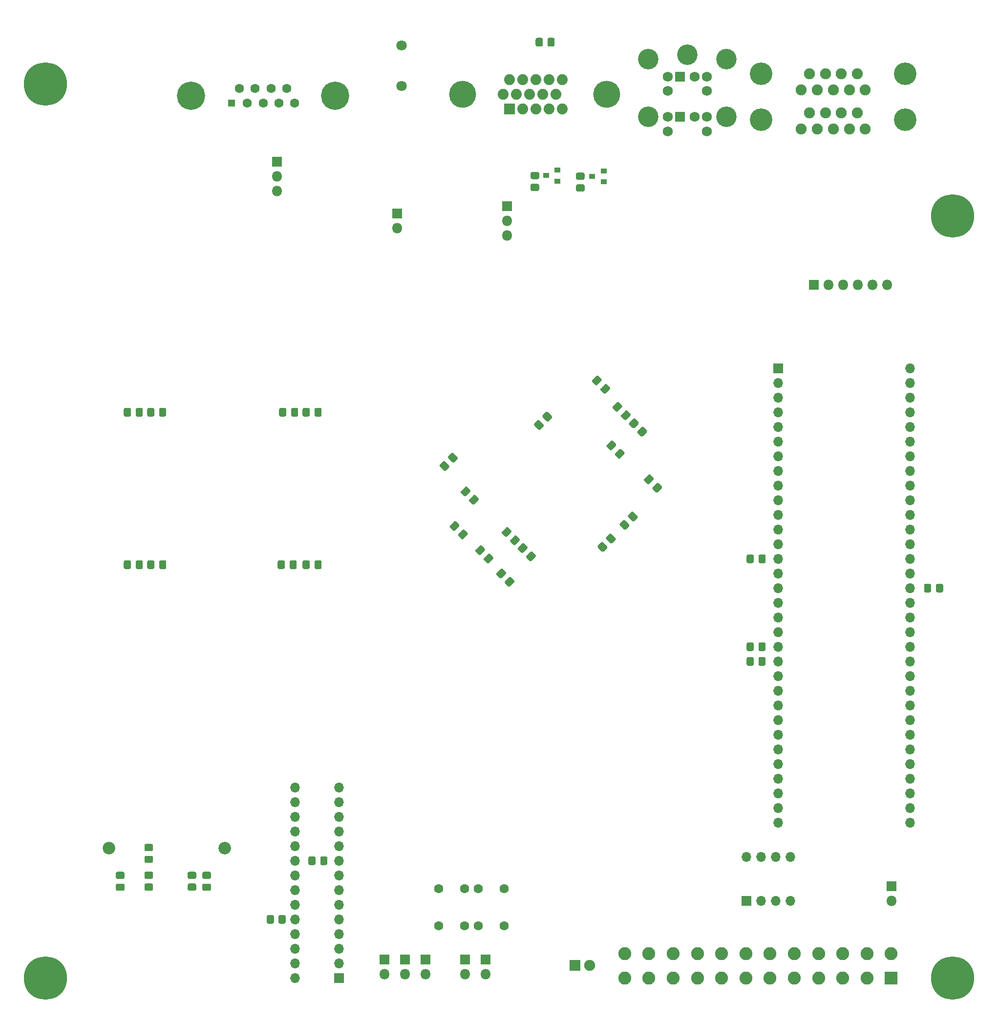
<source format=gbr>
%TF.GenerationSoftware,KiCad,Pcbnew,(5.1.6)-1*%
%TF.CreationDate,2022-06-23T16:10:58-04:00*%
%TF.ProjectId,MigStorm-ITX,4d696753-746f-4726-9d2d-4954582e6b69,rev?*%
%TF.SameCoordinates,Original*%
%TF.FileFunction,Soldermask,Bot*%
%TF.FilePolarity,Negative*%
%FSLAX46Y46*%
G04 Gerber Fmt 4.6, Leading zero omitted, Abs format (unit mm)*
G04 Created by KiCad (PCBNEW (5.1.6)-1) date 2022-06-23 16:10:58*
%MOMM*%
%LPD*%
G01*
G04 APERTURE LIST*
%ADD10C,7.500000*%
%ADD11C,0.900000*%
%ADD12R,1.900000X1.900000*%
%ADD13C,1.900000*%
%ADD14R,1.000000X0.900000*%
%ADD15R,1.800000X1.800000*%
%ADD16O,1.800000X1.800000*%
%ADD17R,2.250000X2.250000*%
%ADD18C,2.250000*%
%ADD19R,1.750000X1.750000*%
%ADD20C,1.750000*%
%ADD21C,3.550000*%
%ADD22C,2.185000*%
%ADD23C,3.910000*%
%ADD24R,1.300000X1.300000*%
%ADD25C,1.600000*%
%ADD26C,4.900000*%
%ADD27C,1.800000*%
%ADD28R,1.885000X1.885000*%
%ADD29C,1.885000*%
%ADD30C,4.675000*%
%ADD31R,1.700000X1.700000*%
%ADD32O,1.700000X1.700000*%
G04 APERTURE END LIST*
D10*
%TO.C,REF\u002A\u002A*%
X133604000Y-221996000D03*
D11*
X136379000Y-221996000D03*
X135566221Y-223958221D03*
X133604000Y-224771000D03*
X131641779Y-223958221D03*
X130829000Y-221996000D03*
X131641779Y-220033779D03*
X133604000Y-219221000D03*
X135566221Y-220033779D03*
%TD*%
D10*
%TO.C,REF\u002A\u002A*%
X290830000Y-221996000D03*
D11*
X293605000Y-221996000D03*
X292792221Y-223958221D03*
X290830000Y-224771000D03*
X288867779Y-223958221D03*
X288055000Y-221996000D03*
X288867779Y-220033779D03*
X290830000Y-219221000D03*
X292792221Y-220033779D03*
%TD*%
D10*
%TO.C,REF\u002A\u002A*%
X290830000Y-89916000D03*
D11*
X293605000Y-89916000D03*
X292792221Y-91878221D03*
X290830000Y-92691000D03*
X288867779Y-91878221D03*
X288055000Y-89916000D03*
X288867779Y-87953779D03*
X290830000Y-87141000D03*
X292792221Y-87953779D03*
%TD*%
%TO.C,REF\u002A\u002A*%
X135566221Y-65093779D03*
X133604000Y-64281000D03*
X131641779Y-65093779D03*
X130829000Y-67056000D03*
X131641779Y-69018221D03*
X133604000Y-69831000D03*
X135566221Y-69018221D03*
X136379000Y-67056000D03*
D10*
X133604000Y-67056000D03*
%TD*%
%TO.C,C3*%
G36*
G01*
X204112241Y-132606124D02*
X203435876Y-131929760D01*
G75*
G02*
X203435876Y-131545464I192148J192148D01*
G01*
X203935464Y-131045876D01*
G75*
G02*
X204319760Y-131045876I192148J-192148D01*
G01*
X204996124Y-131722240D01*
G75*
G02*
X204996124Y-132106536I-192148J-192148D01*
G01*
X204496536Y-132606124D01*
G75*
G02*
X204112240Y-132606124I-192148J192148D01*
G01*
G37*
G36*
G01*
X202662673Y-134055692D02*
X201986308Y-133379328D01*
G75*
G02*
X201986308Y-132995032I192148J192148D01*
G01*
X202485896Y-132495444D01*
G75*
G02*
X202870192Y-132495444I192148J-192148D01*
G01*
X203546556Y-133171808D01*
G75*
G02*
X203546556Y-133556104I-192148J-192148D01*
G01*
X203046968Y-134055692D01*
G75*
G02*
X202662672Y-134055692I-192148J192148D01*
G01*
G37*
%TD*%
%TO.C,C6*%
G36*
G01*
X203727092Y-143570457D02*
X204403456Y-142894092D01*
G75*
G02*
X204787752Y-142894092I192148J-192148D01*
G01*
X205287340Y-143393680D01*
G75*
G02*
X205287340Y-143777976I-192148J-192148D01*
G01*
X204610976Y-144454340D01*
G75*
G02*
X204226680Y-144454340I-192148J192148D01*
G01*
X203727092Y-143954752D01*
G75*
G02*
X203727092Y-143570456I192148J192148D01*
G01*
G37*
G36*
G01*
X205176660Y-145020025D02*
X205853024Y-144343660D01*
G75*
G02*
X206237320Y-144343660I192148J-192148D01*
G01*
X206736908Y-144843248D01*
G75*
G02*
X206736908Y-145227544I-192148J-192148D01*
G01*
X206060544Y-145903908D01*
G75*
G02*
X205676248Y-145903908I-192148J192148D01*
G01*
X205176660Y-145404320D01*
G75*
G02*
X205176660Y-145020024I192148J192148D01*
G01*
G37*
%TD*%
%TO.C,C7*%
G36*
G01*
X209621660Y-149211025D02*
X210298024Y-148534660D01*
G75*
G02*
X210682320Y-148534660I192148J-192148D01*
G01*
X211181908Y-149034248D01*
G75*
G02*
X211181908Y-149418544I-192148J-192148D01*
G01*
X210505544Y-150094908D01*
G75*
G02*
X210121248Y-150094908I-192148J192148D01*
G01*
X209621660Y-149595320D01*
G75*
G02*
X209621660Y-149211024I192148J192148D01*
G01*
G37*
G36*
G01*
X208172092Y-147761457D02*
X208848456Y-147085092D01*
G75*
G02*
X209232752Y-147085092I192148J-192148D01*
G01*
X209732340Y-147584680D01*
G75*
G02*
X209732340Y-147968976I-192148J-192148D01*
G01*
X209055976Y-148645340D01*
G75*
G02*
X208671680Y-148645340I-192148J192148D01*
G01*
X208172092Y-148145752D01*
G75*
G02*
X208172092Y-147761456I192148J192148D01*
G01*
G37*
%TD*%
%TO.C,C10*%
G36*
G01*
X230057457Y-148062908D02*
X229381092Y-147386544D01*
G75*
G02*
X229381092Y-147002248I192148J192148D01*
G01*
X229880680Y-146502660D01*
G75*
G02*
X230264976Y-146502660I192148J-192148D01*
G01*
X230941340Y-147179024D01*
G75*
G02*
X230941340Y-147563320I-192148J-192148D01*
G01*
X230441752Y-148062908D01*
G75*
G02*
X230057456Y-148062908I-192148J192148D01*
G01*
G37*
G36*
G01*
X231507025Y-146613340D02*
X230830660Y-145936976D01*
G75*
G02*
X230830660Y-145552680I192148J192148D01*
G01*
X231330248Y-145053092D01*
G75*
G02*
X231714544Y-145053092I192148J-192148D01*
G01*
X232390908Y-145729456D01*
G75*
G02*
X232390908Y-146113752I-192148J-192148D01*
G01*
X231891320Y-146613340D01*
G75*
G02*
X231507024Y-146613340I-192148J192148D01*
G01*
G37*
%TD*%
%TO.C,C11*%
G36*
G01*
X238868876Y-136929241D02*
X239545240Y-136252876D01*
G75*
G02*
X239929536Y-136252876I192148J-192148D01*
G01*
X240429124Y-136752464D01*
G75*
G02*
X240429124Y-137136760I-192148J-192148D01*
G01*
X239752760Y-137813124D01*
G75*
G02*
X239368464Y-137813124I-192148J192148D01*
G01*
X238868876Y-137313536D01*
G75*
G02*
X238868876Y-136929240I192148J192148D01*
G01*
G37*
G36*
G01*
X237419308Y-135479673D02*
X238095672Y-134803308D01*
G75*
G02*
X238479968Y-134803308I192148J-192148D01*
G01*
X238979556Y-135302896D01*
G75*
G02*
X238979556Y-135687192I-192148J-192148D01*
G01*
X238303192Y-136363556D01*
G75*
G02*
X237918896Y-136363556I-192148J192148D01*
G01*
X237419308Y-135863968D01*
G75*
G02*
X237419308Y-135479672I192148J192148D01*
G01*
G37*
%TD*%
%TO.C,C12*%
G36*
G01*
X228402308Y-118334673D02*
X229078672Y-117658308D01*
G75*
G02*
X229462968Y-117658308I192148J-192148D01*
G01*
X229962556Y-118157896D01*
G75*
G02*
X229962556Y-118542192I-192148J-192148D01*
G01*
X229286192Y-119218556D01*
G75*
G02*
X228901896Y-119218556I-192148J192148D01*
G01*
X228402308Y-118718968D01*
G75*
G02*
X228402308Y-118334672I192148J192148D01*
G01*
G37*
G36*
G01*
X229851876Y-119784241D02*
X230528240Y-119107876D01*
G75*
G02*
X230912536Y-119107876I192148J-192148D01*
G01*
X231412124Y-119607464D01*
G75*
G02*
X231412124Y-119991760I-192148J-192148D01*
G01*
X230735760Y-120668124D01*
G75*
G02*
X230351464Y-120668124I-192148J192148D01*
G01*
X229851876Y-120168536D01*
G75*
G02*
X229851876Y-119784240I192148J192148D01*
G01*
G37*
%TD*%
%TO.C,C13*%
G36*
G01*
X232354660Y-131050025D02*
X233031024Y-130373660D01*
G75*
G02*
X233415320Y-130373660I192148J-192148D01*
G01*
X233914908Y-130873248D01*
G75*
G02*
X233914908Y-131257544I-192148J-192148D01*
G01*
X233238544Y-131933908D01*
G75*
G02*
X232854248Y-131933908I-192148J192148D01*
G01*
X232354660Y-131434320D01*
G75*
G02*
X232354660Y-131050024I192148J192148D01*
G01*
G37*
G36*
G01*
X230905092Y-129600457D02*
X231581456Y-128924092D01*
G75*
G02*
X231965752Y-128924092I192148J-192148D01*
G01*
X232465340Y-129423680D01*
G75*
G02*
X232465340Y-129807976I-192148J-192148D01*
G01*
X231788976Y-130484340D01*
G75*
G02*
X231404680Y-130484340I-192148J192148D01*
G01*
X230905092Y-129984752D01*
G75*
G02*
X230905092Y-129600456I192148J192148D01*
G01*
G37*
%TD*%
%TO.C,C14*%
G36*
G01*
X214193660Y-146036025D02*
X214870024Y-145359660D01*
G75*
G02*
X215254320Y-145359660I192148J-192148D01*
G01*
X215753908Y-145859248D01*
G75*
G02*
X215753908Y-146243544I-192148J-192148D01*
G01*
X215077544Y-146919908D01*
G75*
G02*
X214693248Y-146919908I-192148J192148D01*
G01*
X214193660Y-146420320D01*
G75*
G02*
X214193660Y-146036024I192148J192148D01*
G01*
G37*
G36*
G01*
X212744092Y-144586457D02*
X213420456Y-143910092D01*
G75*
G02*
X213804752Y-143910092I192148J-192148D01*
G01*
X214304340Y-144409680D01*
G75*
G02*
X214304340Y-144793976I-192148J-192148D01*
G01*
X213627976Y-145470340D01*
G75*
G02*
X213243680Y-145470340I-192148J192148D01*
G01*
X212744092Y-144970752D01*
G75*
G02*
X212744092Y-144586456I192148J192148D01*
G01*
G37*
%TD*%
%TO.C,C15*%
G36*
G01*
X205632092Y-137564241D02*
X206308456Y-136887876D01*
G75*
G02*
X206692752Y-136887876I192148J-192148D01*
G01*
X207192340Y-137387464D01*
G75*
G02*
X207192340Y-137771760I-192148J-192148D01*
G01*
X206515976Y-138448124D01*
G75*
G02*
X206131680Y-138448124I-192148J192148D01*
G01*
X205632092Y-137948536D01*
G75*
G02*
X205632092Y-137564240I192148J192148D01*
G01*
G37*
G36*
G01*
X207081660Y-139013809D02*
X207758024Y-138337444D01*
G75*
G02*
X208142320Y-138337444I192148J-192148D01*
G01*
X208641908Y-138837032D01*
G75*
G02*
X208641908Y-139221328I-192148J-192148D01*
G01*
X207965544Y-139897692D01*
G75*
G02*
X207581248Y-139897692I-192148J192148D01*
G01*
X207081660Y-139398104D01*
G75*
G02*
X207081660Y-139013808I192148J192148D01*
G01*
G37*
%TD*%
%TO.C,C16*%
G36*
G01*
X214827692Y-153445327D02*
X214151328Y-154121692D01*
G75*
G02*
X213767032Y-154121692I-192148J192148D01*
G01*
X213267444Y-153622104D01*
G75*
G02*
X213267444Y-153237808I192148J192148D01*
G01*
X213943808Y-152561444D01*
G75*
G02*
X214328104Y-152561444I192148J-192148D01*
G01*
X214827692Y-153061032D01*
G75*
G02*
X214827692Y-153445328I-192148J-192148D01*
G01*
G37*
G36*
G01*
X213378124Y-151995759D02*
X212701760Y-152672124D01*
G75*
G02*
X212317464Y-152672124I-192148J192148D01*
G01*
X211817876Y-152172536D01*
G75*
G02*
X211817876Y-151788240I192148J192148D01*
G01*
X212494240Y-151111876D01*
G75*
G02*
X212878536Y-151111876I192148J-192148D01*
G01*
X213378124Y-151611464D01*
G75*
G02*
X213378124Y-151995760I-192148J-192148D01*
G01*
G37*
%TD*%
%TO.C,C17*%
G36*
G01*
X217098340Y-147587975D02*
X216421976Y-148264340D01*
G75*
G02*
X216037680Y-148264340I-192148J192148D01*
G01*
X215538092Y-147764752D01*
G75*
G02*
X215538092Y-147380456I192148J192148D01*
G01*
X216214456Y-146704092D01*
G75*
G02*
X216598752Y-146704092I192148J-192148D01*
G01*
X217098340Y-147203680D01*
G75*
G02*
X217098340Y-147587976I-192148J-192148D01*
G01*
G37*
G36*
G01*
X218547908Y-149037543D02*
X217871544Y-149713908D01*
G75*
G02*
X217487248Y-149713908I-192148J192148D01*
G01*
X216987660Y-149214320D01*
G75*
G02*
X216987660Y-148830024I192148J192148D01*
G01*
X217664024Y-148153660D01*
G75*
G02*
X218048320Y-148153660I192148J-192148D01*
G01*
X218547908Y-148653248D01*
G75*
G02*
X218547908Y-149037544I-192148J-192148D01*
G01*
G37*
%TD*%
%TO.C,C18*%
G36*
G01*
X233407876Y-124356241D02*
X234084240Y-123679876D01*
G75*
G02*
X234468536Y-123679876I192148J-192148D01*
G01*
X234968124Y-124179464D01*
G75*
G02*
X234968124Y-124563760I-192148J-192148D01*
G01*
X234291760Y-125240124D01*
G75*
G02*
X233907464Y-125240124I-192148J192148D01*
G01*
X233407876Y-124740536D01*
G75*
G02*
X233407876Y-124356240I192148J192148D01*
G01*
G37*
G36*
G01*
X231958308Y-122906673D02*
X232634672Y-122230308D01*
G75*
G02*
X233018968Y-122230308I192148J-192148D01*
G01*
X233518556Y-122729896D01*
G75*
G02*
X233518556Y-123114192I-192148J-192148D01*
G01*
X232842192Y-123790556D01*
G75*
G02*
X232457896Y-123790556I-192148J192148D01*
G01*
X231958308Y-123290968D01*
G75*
G02*
X231958308Y-122906672I192148J192148D01*
G01*
G37*
%TD*%
%TO.C,C19*%
G36*
G01*
X235524543Y-141243092D02*
X236200908Y-141919456D01*
G75*
G02*
X236200908Y-142303752I-192148J-192148D01*
G01*
X235701320Y-142803340D01*
G75*
G02*
X235317024Y-142803340I-192148J192148D01*
G01*
X234640660Y-142126976D01*
G75*
G02*
X234640660Y-141742680I192148J192148D01*
G01*
X235140248Y-141243092D01*
G75*
G02*
X235524544Y-141243092I192148J-192148D01*
G01*
G37*
G36*
G01*
X234074975Y-142692660D02*
X234751340Y-143369024D01*
G75*
G02*
X234751340Y-143753320I-192148J-192148D01*
G01*
X234251752Y-144252908D01*
G75*
G02*
X233867456Y-144252908I-192148J192148D01*
G01*
X233191092Y-143576544D01*
G75*
G02*
X233191092Y-143192248I192148J192148D01*
G01*
X233690680Y-142692660D01*
G75*
G02*
X234074976Y-142692660I192148J-192148D01*
G01*
G37*
%TD*%
%TO.C,C20*%
G36*
G01*
X237814692Y-127410327D02*
X237138328Y-128086692D01*
G75*
G02*
X236754032Y-128086692I-192148J192148D01*
G01*
X236254444Y-127587104D01*
G75*
G02*
X236254444Y-127202808I192148J192148D01*
G01*
X236930808Y-126526444D01*
G75*
G02*
X237315104Y-126526444I192148J-192148D01*
G01*
X237814692Y-127026032D01*
G75*
G02*
X237814692Y-127410328I-192148J-192148D01*
G01*
G37*
G36*
G01*
X236365124Y-125960759D02*
X235688760Y-126637124D01*
G75*
G02*
X235304464Y-126637124I-192148J192148D01*
G01*
X234804876Y-126137536D01*
G75*
G02*
X234804876Y-125753240I192148J192148D01*
G01*
X235481240Y-125076876D01*
G75*
G02*
X235865536Y-125076876I192148J-192148D01*
G01*
X236365124Y-125576464D01*
G75*
G02*
X236365124Y-125960760I-192148J-192148D01*
G01*
G37*
%TD*%
%TO.C,C21*%
G36*
G01*
X256394000Y-148873738D02*
X256394000Y-149830262D01*
G75*
G02*
X256122262Y-150102000I-271738J0D01*
G01*
X255415738Y-150102000D01*
G75*
G02*
X255144000Y-149830262I0J271738D01*
G01*
X255144000Y-148873738D01*
G75*
G02*
X255415738Y-148602000I271738J0D01*
G01*
X256122262Y-148602000D01*
G75*
G02*
X256394000Y-148873738I0J-271738D01*
G01*
G37*
G36*
G01*
X258444000Y-148873738D02*
X258444000Y-149830262D01*
G75*
G02*
X258172262Y-150102000I-271738J0D01*
G01*
X257465738Y-150102000D01*
G75*
G02*
X257194000Y-149830262I0J271738D01*
G01*
X257194000Y-148873738D01*
G75*
G02*
X257465738Y-148602000I271738J0D01*
G01*
X258172262Y-148602000D01*
G75*
G02*
X258444000Y-148873738I0J-271738D01*
G01*
G37*
%TD*%
%TO.C,C22*%
G36*
G01*
X287937000Y-154910262D02*
X287937000Y-153953738D01*
G75*
G02*
X288208738Y-153682000I271738J0D01*
G01*
X288915262Y-153682000D01*
G75*
G02*
X289187000Y-153953738I0J-271738D01*
G01*
X289187000Y-154910262D01*
G75*
G02*
X288915262Y-155182000I-271738J0D01*
G01*
X288208738Y-155182000D01*
G75*
G02*
X287937000Y-154910262I0J271738D01*
G01*
G37*
G36*
G01*
X285887000Y-154910262D02*
X285887000Y-153953738D01*
G75*
G02*
X286158738Y-153682000I271738J0D01*
G01*
X286865262Y-153682000D01*
G75*
G02*
X287137000Y-153953738I0J-271738D01*
G01*
X287137000Y-154910262D01*
G75*
G02*
X286865262Y-155182000I-271738J0D01*
G01*
X286158738Y-155182000D01*
G75*
G02*
X285887000Y-154910262I0J271738D01*
G01*
G37*
%TD*%
%TO.C,C23*%
G36*
G01*
X258435000Y-164113738D02*
X258435000Y-165070262D01*
G75*
G02*
X258163262Y-165342000I-271738J0D01*
G01*
X257456738Y-165342000D01*
G75*
G02*
X257185000Y-165070262I0J271738D01*
G01*
X257185000Y-164113738D01*
G75*
G02*
X257456738Y-163842000I271738J0D01*
G01*
X258163262Y-163842000D01*
G75*
G02*
X258435000Y-164113738I0J-271738D01*
G01*
G37*
G36*
G01*
X256385000Y-164113738D02*
X256385000Y-165070262D01*
G75*
G02*
X256113262Y-165342000I-271738J0D01*
G01*
X255406738Y-165342000D01*
G75*
G02*
X255135000Y-165070262I0J271738D01*
G01*
X255135000Y-164113738D01*
G75*
G02*
X255406738Y-163842000I271738J0D01*
G01*
X256113262Y-163842000D01*
G75*
G02*
X256385000Y-164113738I0J-271738D01*
G01*
G37*
%TD*%
%TO.C,C24*%
G36*
G01*
X256385000Y-166653738D02*
X256385000Y-167610262D01*
G75*
G02*
X256113262Y-167882000I-271738J0D01*
G01*
X255406738Y-167882000D01*
G75*
G02*
X255135000Y-167610262I0J271738D01*
G01*
X255135000Y-166653738D01*
G75*
G02*
X255406738Y-166382000I271738J0D01*
G01*
X256113262Y-166382000D01*
G75*
G02*
X256385000Y-166653738I0J-271738D01*
G01*
G37*
G36*
G01*
X258435000Y-166653738D02*
X258435000Y-167610262D01*
G75*
G02*
X258163262Y-167882000I-271738J0D01*
G01*
X257456738Y-167882000D01*
G75*
G02*
X257185000Y-167610262I0J271738D01*
G01*
X257185000Y-166653738D01*
G75*
G02*
X257456738Y-166382000I271738J0D01*
G01*
X258163262Y-166382000D01*
G75*
G02*
X258435000Y-166653738I0J-271738D01*
G01*
G37*
%TD*%
%TO.C,C25*%
G36*
G01*
X147194000Y-124430262D02*
X147194000Y-123473738D01*
G75*
G02*
X147465738Y-123202000I271738J0D01*
G01*
X148172262Y-123202000D01*
G75*
G02*
X148444000Y-123473738I0J-271738D01*
G01*
X148444000Y-124430262D01*
G75*
G02*
X148172262Y-124702000I-271738J0D01*
G01*
X147465738Y-124702000D01*
G75*
G02*
X147194000Y-124430262I0J271738D01*
G01*
G37*
G36*
G01*
X149244000Y-124430262D02*
X149244000Y-123473738D01*
G75*
G02*
X149515738Y-123202000I271738J0D01*
G01*
X150222262Y-123202000D01*
G75*
G02*
X150494000Y-123473738I0J-271738D01*
G01*
X150494000Y-124430262D01*
G75*
G02*
X150222262Y-124702000I-271738J0D01*
G01*
X149515738Y-124702000D01*
G75*
G02*
X149244000Y-124430262I0J271738D01*
G01*
G37*
%TD*%
%TO.C,C26*%
G36*
G01*
X154549000Y-123473738D02*
X154549000Y-124430262D01*
G75*
G02*
X154277262Y-124702000I-271738J0D01*
G01*
X153570738Y-124702000D01*
G75*
G02*
X153299000Y-124430262I0J271738D01*
G01*
X153299000Y-123473738D01*
G75*
G02*
X153570738Y-123202000I271738J0D01*
G01*
X154277262Y-123202000D01*
G75*
G02*
X154549000Y-123473738I0J-271738D01*
G01*
G37*
G36*
G01*
X152499000Y-123473738D02*
X152499000Y-124430262D01*
G75*
G02*
X152227262Y-124702000I-271738J0D01*
G01*
X151520738Y-124702000D01*
G75*
G02*
X151249000Y-124430262I0J271738D01*
G01*
X151249000Y-123473738D01*
G75*
G02*
X151520738Y-123202000I271738J0D01*
G01*
X152227262Y-123202000D01*
G75*
G02*
X152499000Y-123473738I0J-271738D01*
G01*
G37*
%TD*%
%TO.C,C27*%
G36*
G01*
X176168000Y-124430262D02*
X176168000Y-123473738D01*
G75*
G02*
X176439738Y-123202000I271738J0D01*
G01*
X177146262Y-123202000D01*
G75*
G02*
X177418000Y-123473738I0J-271738D01*
G01*
X177418000Y-124430262D01*
G75*
G02*
X177146262Y-124702000I-271738J0D01*
G01*
X176439738Y-124702000D01*
G75*
G02*
X176168000Y-124430262I0J271738D01*
G01*
G37*
G36*
G01*
X174118000Y-124430262D02*
X174118000Y-123473738D01*
G75*
G02*
X174389738Y-123202000I271738J0D01*
G01*
X175096262Y-123202000D01*
G75*
G02*
X175368000Y-123473738I0J-271738D01*
G01*
X175368000Y-124430262D01*
G75*
G02*
X175096262Y-124702000I-271738J0D01*
G01*
X174389738Y-124702000D01*
G75*
G02*
X174118000Y-124430262I0J271738D01*
G01*
G37*
%TD*%
%TO.C,C28*%
G36*
G01*
X181482000Y-123473738D02*
X181482000Y-124430262D01*
G75*
G02*
X181210262Y-124702000I-271738J0D01*
G01*
X180503738Y-124702000D01*
G75*
G02*
X180232000Y-124430262I0J271738D01*
G01*
X180232000Y-123473738D01*
G75*
G02*
X180503738Y-123202000I271738J0D01*
G01*
X181210262Y-123202000D01*
G75*
G02*
X181482000Y-123473738I0J-271738D01*
G01*
G37*
G36*
G01*
X179432000Y-123473738D02*
X179432000Y-124430262D01*
G75*
G02*
X179160262Y-124702000I-271738J0D01*
G01*
X178453738Y-124702000D01*
G75*
G02*
X178182000Y-124430262I0J271738D01*
G01*
X178182000Y-123473738D01*
G75*
G02*
X178453738Y-123202000I271738J0D01*
G01*
X179160262Y-123202000D01*
G75*
G02*
X179432000Y-123473738I0J-271738D01*
G01*
G37*
%TD*%
%TO.C,C29*%
G36*
G01*
X149244000Y-150846262D02*
X149244000Y-149889738D01*
G75*
G02*
X149515738Y-149618000I271738J0D01*
G01*
X150222262Y-149618000D01*
G75*
G02*
X150494000Y-149889738I0J-271738D01*
G01*
X150494000Y-150846262D01*
G75*
G02*
X150222262Y-151118000I-271738J0D01*
G01*
X149515738Y-151118000D01*
G75*
G02*
X149244000Y-150846262I0J271738D01*
G01*
G37*
G36*
G01*
X147194000Y-150846262D02*
X147194000Y-149889738D01*
G75*
G02*
X147465738Y-149618000I271738J0D01*
G01*
X148172262Y-149618000D01*
G75*
G02*
X148444000Y-149889738I0J-271738D01*
G01*
X148444000Y-150846262D01*
G75*
G02*
X148172262Y-151118000I-271738J0D01*
G01*
X147465738Y-151118000D01*
G75*
G02*
X147194000Y-150846262I0J271738D01*
G01*
G37*
%TD*%
%TO.C,C30*%
G36*
G01*
X154558000Y-149889738D02*
X154558000Y-150846262D01*
G75*
G02*
X154286262Y-151118000I-271738J0D01*
G01*
X153579738Y-151118000D01*
G75*
G02*
X153308000Y-150846262I0J271738D01*
G01*
X153308000Y-149889738D01*
G75*
G02*
X153579738Y-149618000I271738J0D01*
G01*
X154286262Y-149618000D01*
G75*
G02*
X154558000Y-149889738I0J-271738D01*
G01*
G37*
G36*
G01*
X152508000Y-149889738D02*
X152508000Y-150846262D01*
G75*
G02*
X152236262Y-151118000I-271738J0D01*
G01*
X151529738Y-151118000D01*
G75*
G02*
X151258000Y-150846262I0J271738D01*
G01*
X151258000Y-149889738D01*
G75*
G02*
X151529738Y-149618000I271738J0D01*
G01*
X152236262Y-149618000D01*
G75*
G02*
X152508000Y-149889738I0J-271738D01*
G01*
G37*
%TD*%
%TO.C,C31*%
G36*
G01*
X175914000Y-150846262D02*
X175914000Y-149889738D01*
G75*
G02*
X176185738Y-149618000I271738J0D01*
G01*
X176892262Y-149618000D01*
G75*
G02*
X177164000Y-149889738I0J-271738D01*
G01*
X177164000Y-150846262D01*
G75*
G02*
X176892262Y-151118000I-271738J0D01*
G01*
X176185738Y-151118000D01*
G75*
G02*
X175914000Y-150846262I0J271738D01*
G01*
G37*
G36*
G01*
X173864000Y-150846262D02*
X173864000Y-149889738D01*
G75*
G02*
X174135738Y-149618000I271738J0D01*
G01*
X174842262Y-149618000D01*
G75*
G02*
X175114000Y-149889738I0J-271738D01*
G01*
X175114000Y-150846262D01*
G75*
G02*
X174842262Y-151118000I-271738J0D01*
G01*
X174135738Y-151118000D01*
G75*
G02*
X173864000Y-150846262I0J271738D01*
G01*
G37*
%TD*%
%TO.C,C32*%
G36*
G01*
X181482000Y-149889738D02*
X181482000Y-150846262D01*
G75*
G02*
X181210262Y-151118000I-271738J0D01*
G01*
X180503738Y-151118000D01*
G75*
G02*
X180232000Y-150846262I0J271738D01*
G01*
X180232000Y-149889738D01*
G75*
G02*
X180503738Y-149618000I271738J0D01*
G01*
X181210262Y-149618000D01*
G75*
G02*
X181482000Y-149889738I0J-271738D01*
G01*
G37*
G36*
G01*
X179432000Y-149889738D02*
X179432000Y-150846262D01*
G75*
G02*
X179160262Y-151118000I-271738J0D01*
G01*
X178453738Y-151118000D01*
G75*
G02*
X178182000Y-150846262I0J271738D01*
G01*
X178182000Y-149889738D01*
G75*
G02*
X178453738Y-149618000I271738J0D01*
G01*
X179160262Y-149618000D01*
G75*
G02*
X179432000Y-149889738I0J-271738D01*
G01*
G37*
%TD*%
%TO.C,C41*%
G36*
G01*
X181239000Y-202154262D02*
X181239000Y-201197738D01*
G75*
G02*
X181510738Y-200926000I271738J0D01*
G01*
X182217262Y-200926000D01*
G75*
G02*
X182489000Y-201197738I0J-271738D01*
G01*
X182489000Y-202154262D01*
G75*
G02*
X182217262Y-202426000I-271738J0D01*
G01*
X181510738Y-202426000D01*
G75*
G02*
X181239000Y-202154262I0J271738D01*
G01*
G37*
G36*
G01*
X179189000Y-202154262D02*
X179189000Y-201197738D01*
G75*
G02*
X179460738Y-200926000I271738J0D01*
G01*
X180167262Y-200926000D01*
G75*
G02*
X180439000Y-201197738I0J-271738D01*
G01*
X180439000Y-202154262D01*
G75*
G02*
X180167262Y-202426000I-271738J0D01*
G01*
X179460738Y-202426000D01*
G75*
G02*
X179189000Y-202154262I0J271738D01*
G01*
G37*
%TD*%
D12*
%TO.C,D1*%
X225425000Y-219837000D03*
D13*
X227965000Y-219837000D03*
%TD*%
D14*
%TO.C,D5*%
X220361000Y-82931000D03*
X222361000Y-83881000D03*
X222361000Y-81981000D03*
%TD*%
%TO.C,D6*%
X230378000Y-82108000D03*
X230378000Y-84008000D03*
X228378000Y-83058000D03*
%TD*%
D15*
%TO.C,J1*%
X266827000Y-101854000D03*
D16*
X269367000Y-101854000D03*
X271907000Y-101854000D03*
X274447000Y-101854000D03*
X276987000Y-101854000D03*
X279527000Y-101854000D03*
%TD*%
D17*
%TO.C,J2*%
X280207000Y-222005000D03*
D18*
X276007000Y-222005000D03*
X271807000Y-222005000D03*
X267607000Y-222005000D03*
X263407000Y-222005000D03*
X259207000Y-222005000D03*
X255007000Y-222005000D03*
X250807000Y-222005000D03*
X246607000Y-222005000D03*
X242407000Y-222005000D03*
X238207000Y-222005000D03*
X234007000Y-222005000D03*
X280207000Y-217805000D03*
X276007000Y-217805000D03*
X271807000Y-217805000D03*
X267607000Y-217805000D03*
X263407000Y-217805000D03*
X259207000Y-217805000D03*
X255007000Y-217805000D03*
X250807000Y-217805000D03*
X246607000Y-217805000D03*
X242407000Y-217805000D03*
X238207000Y-217805000D03*
X234007000Y-217805000D03*
%TD*%
D15*
%TO.C,J3*%
X199517000Y-218821000D03*
D16*
X199517000Y-221361000D03*
%TD*%
D15*
%TO.C,J4*%
X195961000Y-218821000D03*
D16*
X195961000Y-221361000D03*
%TD*%
D15*
%TO.C,J5*%
X213614000Y-88265000D03*
D16*
X213614000Y-90805000D03*
X213614000Y-93345000D03*
%TD*%
%TO.C,J6*%
X192405000Y-221361000D03*
D15*
X192405000Y-218821000D03*
%TD*%
D19*
%TO.C,J7*%
X243556000Y-65776000D03*
D20*
X246156000Y-65776000D03*
X241456000Y-65776000D03*
X248256000Y-65776000D03*
X241456000Y-68276000D03*
X248256000Y-68276000D03*
D19*
X243556000Y-72776000D03*
D20*
X246156000Y-72776000D03*
X241456000Y-72776000D03*
X248256000Y-72776000D03*
X241456000Y-75276000D03*
X248256000Y-75276000D03*
D21*
X251606000Y-62776000D03*
X244856000Y-61976000D03*
X238106000Y-62776000D03*
X251606000Y-72776000D03*
X238106000Y-72776000D03*
%TD*%
D15*
%TO.C,J8*%
X209931000Y-218821000D03*
D16*
X209931000Y-221361000D03*
%TD*%
%TO.C,J9*%
X206375000Y-221361000D03*
D15*
X206375000Y-218821000D03*
%TD*%
D16*
%TO.C,J10*%
X173736000Y-85598000D03*
X173736000Y-83058000D03*
D15*
X173736000Y-80518000D03*
%TD*%
D22*
%TO.C,J11*%
X164656000Y-199503000D03*
X144656000Y-199503000D03*
%TD*%
D16*
%TO.C,J12*%
X194564000Y-92075000D03*
D15*
X194564000Y-89535000D03*
%TD*%
D13*
%TO.C,J13*%
X266010000Y-72028000D03*
X274320000Y-72028000D03*
X271550000Y-72028000D03*
X268780000Y-72028000D03*
X264625000Y-74868000D03*
X267395000Y-74868000D03*
X275705000Y-74868000D03*
X272935000Y-74868000D03*
X266010000Y-65278000D03*
X274320000Y-65278000D03*
X271550000Y-65278000D03*
X268780000Y-65278000D03*
X264625000Y-68118000D03*
X267395000Y-68118000D03*
X275705000Y-68118000D03*
X272935000Y-68118000D03*
X270165000Y-74868000D03*
X270165000Y-68118000D03*
D23*
X257675000Y-73278000D03*
X257675000Y-65278000D03*
X282655000Y-65278000D03*
X282655000Y-73278000D03*
%TD*%
D24*
%TO.C,J14*%
X165862000Y-70358000D03*
D25*
X167232000Y-67818000D03*
X168602000Y-70358000D03*
X169972000Y-67818000D03*
X171342000Y-70358000D03*
X172712000Y-67818000D03*
X174082000Y-70358000D03*
X175452000Y-67818000D03*
X176822000Y-70358000D03*
D26*
X158847000Y-69088000D03*
X183837000Y-69088000D03*
%TD*%
D27*
%TO.C,J15*%
X195326000Y-60396000D03*
X195326000Y-67396000D03*
%TD*%
D28*
%TO.C,J16*%
X214066000Y-71374000D03*
D29*
X216356000Y-71374000D03*
X218646000Y-71374000D03*
X220936000Y-71374000D03*
X223226000Y-71374000D03*
X212921000Y-68834000D03*
X215211000Y-68834000D03*
X217501000Y-68834000D03*
X219791000Y-68834000D03*
X222081000Y-68834000D03*
X214066000Y-66294000D03*
X216356000Y-66294000D03*
X218646000Y-66294000D03*
X220936000Y-66294000D03*
X223226000Y-66294000D03*
D30*
X205896000Y-68834000D03*
X230886000Y-68834000D03*
%TD*%
%TO.C,R7*%
G36*
G01*
X220495241Y-125494124D02*
X219818876Y-124817760D01*
G75*
G02*
X219818876Y-124433464I192148J192148D01*
G01*
X220318464Y-123933876D01*
G75*
G02*
X220702760Y-123933876I192148J-192148D01*
G01*
X221379124Y-124610240D01*
G75*
G02*
X221379124Y-124994536I-192148J-192148D01*
G01*
X220879536Y-125494124D01*
G75*
G02*
X220495240Y-125494124I-192148J192148D01*
G01*
G37*
G36*
G01*
X219045673Y-126943692D02*
X218369308Y-126267328D01*
G75*
G02*
X218369308Y-125883032I192148J192148D01*
G01*
X218868896Y-125383444D01*
G75*
G02*
X219253192Y-125383444I192148J-192148D01*
G01*
X219929556Y-126059808D01*
G75*
G02*
X219929556Y-126444104I-192148J-192148D01*
G01*
X219429968Y-126943692D01*
G75*
G02*
X219045672Y-126943692I-192148J192148D01*
G01*
G37*
%TD*%
%TO.C,R24*%
G36*
G01*
X174000000Y-212314262D02*
X174000000Y-211357738D01*
G75*
G02*
X174271738Y-211086000I271738J0D01*
G01*
X174978262Y-211086000D01*
G75*
G02*
X175250000Y-211357738I0J-271738D01*
G01*
X175250000Y-212314262D01*
G75*
G02*
X174978262Y-212586000I-271738J0D01*
G01*
X174271738Y-212586000D01*
G75*
G02*
X174000000Y-212314262I0J271738D01*
G01*
G37*
G36*
G01*
X171950000Y-212314262D02*
X171950000Y-211357738D01*
G75*
G02*
X172221738Y-211086000I271738J0D01*
G01*
X172928262Y-211086000D01*
G75*
G02*
X173200000Y-211357738I0J-271738D01*
G01*
X173200000Y-212314262D01*
G75*
G02*
X172928262Y-212586000I-271738J0D01*
G01*
X172221738Y-212586000D01*
G75*
G02*
X171950000Y-212314262I0J271738D01*
G01*
G37*
%TD*%
%TO.C,R29*%
G36*
G01*
X151989262Y-200015000D02*
X151032738Y-200015000D01*
G75*
G02*
X150761000Y-199743262I0J271738D01*
G01*
X150761000Y-199036738D01*
G75*
G02*
X151032738Y-198765000I271738J0D01*
G01*
X151989262Y-198765000D01*
G75*
G02*
X152261000Y-199036738I0J-271738D01*
G01*
X152261000Y-199743262D01*
G75*
G02*
X151989262Y-200015000I-271738J0D01*
G01*
G37*
G36*
G01*
X151989262Y-202065000D02*
X151032738Y-202065000D01*
G75*
G02*
X150761000Y-201793262I0J271738D01*
G01*
X150761000Y-201086738D01*
G75*
G02*
X151032738Y-200815000I271738J0D01*
G01*
X151989262Y-200815000D01*
G75*
G02*
X152261000Y-201086738I0J-271738D01*
G01*
X152261000Y-201793262D01*
G75*
G02*
X151989262Y-202065000I-271738J0D01*
G01*
G37*
%TD*%
%TO.C,R30*%
G36*
G01*
X162022262Y-204841000D02*
X161065738Y-204841000D01*
G75*
G02*
X160794000Y-204569262I0J271738D01*
G01*
X160794000Y-203862738D01*
G75*
G02*
X161065738Y-203591000I271738J0D01*
G01*
X162022262Y-203591000D01*
G75*
G02*
X162294000Y-203862738I0J-271738D01*
G01*
X162294000Y-204569262D01*
G75*
G02*
X162022262Y-204841000I-271738J0D01*
G01*
G37*
G36*
G01*
X162022262Y-206891000D02*
X161065738Y-206891000D01*
G75*
G02*
X160794000Y-206619262I0J271738D01*
G01*
X160794000Y-205912738D01*
G75*
G02*
X161065738Y-205641000I271738J0D01*
G01*
X162022262Y-205641000D01*
G75*
G02*
X162294000Y-205912738I0J-271738D01*
G01*
X162294000Y-206619262D01*
G75*
G02*
X162022262Y-206891000I-271738J0D01*
G01*
G37*
%TD*%
%TO.C,R31*%
G36*
G01*
X159482262Y-206873000D02*
X158525738Y-206873000D01*
G75*
G02*
X158254000Y-206601262I0J271738D01*
G01*
X158254000Y-205894738D01*
G75*
G02*
X158525738Y-205623000I271738J0D01*
G01*
X159482262Y-205623000D01*
G75*
G02*
X159754000Y-205894738I0J-271738D01*
G01*
X159754000Y-206601262D01*
G75*
G02*
X159482262Y-206873000I-271738J0D01*
G01*
G37*
G36*
G01*
X159482262Y-204823000D02*
X158525738Y-204823000D01*
G75*
G02*
X158254000Y-204551262I0J271738D01*
G01*
X158254000Y-203844738D01*
G75*
G02*
X158525738Y-203573000I271738J0D01*
G01*
X159482262Y-203573000D01*
G75*
G02*
X159754000Y-203844738I0J-271738D01*
G01*
X159754000Y-204551262D01*
G75*
G02*
X159482262Y-204823000I-271738J0D01*
G01*
G37*
%TD*%
%TO.C,R32*%
G36*
G01*
X151989262Y-206873000D02*
X151032738Y-206873000D01*
G75*
G02*
X150761000Y-206601262I0J271738D01*
G01*
X150761000Y-205894738D01*
G75*
G02*
X151032738Y-205623000I271738J0D01*
G01*
X151989262Y-205623000D01*
G75*
G02*
X152261000Y-205894738I0J-271738D01*
G01*
X152261000Y-206601262D01*
G75*
G02*
X151989262Y-206873000I-271738J0D01*
G01*
G37*
G36*
G01*
X151989262Y-204823000D02*
X151032738Y-204823000D01*
G75*
G02*
X150761000Y-204551262I0J271738D01*
G01*
X150761000Y-203844738D01*
G75*
G02*
X151032738Y-203573000I271738J0D01*
G01*
X151989262Y-203573000D01*
G75*
G02*
X152261000Y-203844738I0J-271738D01*
G01*
X152261000Y-204551262D01*
G75*
G02*
X151989262Y-204823000I-271738J0D01*
G01*
G37*
%TD*%
%TO.C,R33*%
G36*
G01*
X147036262Y-206891000D02*
X146079738Y-206891000D01*
G75*
G02*
X145808000Y-206619262I0J271738D01*
G01*
X145808000Y-205912738D01*
G75*
G02*
X146079738Y-205641000I271738J0D01*
G01*
X147036262Y-205641000D01*
G75*
G02*
X147308000Y-205912738I0J-271738D01*
G01*
X147308000Y-206619262D01*
G75*
G02*
X147036262Y-206891000I-271738J0D01*
G01*
G37*
G36*
G01*
X147036262Y-204841000D02*
X146079738Y-204841000D01*
G75*
G02*
X145808000Y-204569262I0J271738D01*
G01*
X145808000Y-203862738D01*
G75*
G02*
X146079738Y-203591000I271738J0D01*
G01*
X147036262Y-203591000D01*
G75*
G02*
X147308000Y-203862738I0J-271738D01*
G01*
X147308000Y-204569262D01*
G75*
G02*
X147036262Y-204841000I-271738J0D01*
G01*
G37*
%TD*%
%TO.C,R63*%
G36*
G01*
X218568000Y-60295262D02*
X218568000Y-59338738D01*
G75*
G02*
X218839738Y-59067000I271738J0D01*
G01*
X219546262Y-59067000D01*
G75*
G02*
X219818000Y-59338738I0J-271738D01*
G01*
X219818000Y-60295262D01*
G75*
G02*
X219546262Y-60567000I-271738J0D01*
G01*
X218839738Y-60567000D01*
G75*
G02*
X218568000Y-60295262I0J271738D01*
G01*
G37*
G36*
G01*
X220618000Y-60295262D02*
X220618000Y-59338738D01*
G75*
G02*
X220889738Y-59067000I271738J0D01*
G01*
X221596262Y-59067000D01*
G75*
G02*
X221868000Y-59338738I0J-271738D01*
G01*
X221868000Y-60295262D01*
G75*
G02*
X221596262Y-60567000I-271738J0D01*
G01*
X220889738Y-60567000D01*
G75*
G02*
X220618000Y-60295262I0J271738D01*
G01*
G37*
%TD*%
%TO.C,R64*%
G36*
G01*
X218918262Y-85606000D02*
X217961738Y-85606000D01*
G75*
G02*
X217690000Y-85334262I0J271738D01*
G01*
X217690000Y-84627738D01*
G75*
G02*
X217961738Y-84356000I271738J0D01*
G01*
X218918262Y-84356000D01*
G75*
G02*
X219190000Y-84627738I0J-271738D01*
G01*
X219190000Y-85334262D01*
G75*
G02*
X218918262Y-85606000I-271738J0D01*
G01*
G37*
G36*
G01*
X218918262Y-83556000D02*
X217961738Y-83556000D01*
G75*
G02*
X217690000Y-83284262I0J271738D01*
G01*
X217690000Y-82577738D01*
G75*
G02*
X217961738Y-82306000I271738J0D01*
G01*
X218918262Y-82306000D01*
G75*
G02*
X219190000Y-82577738I0J-271738D01*
G01*
X219190000Y-83284262D01*
G75*
G02*
X218918262Y-83556000I-271738J0D01*
G01*
G37*
%TD*%
%TO.C,R65*%
G36*
G01*
X226792262Y-83665000D02*
X225835738Y-83665000D01*
G75*
G02*
X225564000Y-83393262I0J271738D01*
G01*
X225564000Y-82686738D01*
G75*
G02*
X225835738Y-82415000I271738J0D01*
G01*
X226792262Y-82415000D01*
G75*
G02*
X227064000Y-82686738I0J-271738D01*
G01*
X227064000Y-83393262D01*
G75*
G02*
X226792262Y-83665000I-271738J0D01*
G01*
G37*
G36*
G01*
X226792262Y-85715000D02*
X225835738Y-85715000D01*
G75*
G02*
X225564000Y-85443262I0J271738D01*
G01*
X225564000Y-84736738D01*
G75*
G02*
X225835738Y-84465000I271738J0D01*
G01*
X226792262Y-84465000D01*
G75*
G02*
X227064000Y-84736738I0J-271738D01*
G01*
X227064000Y-85443262D01*
G75*
G02*
X226792262Y-85715000I-271738J0D01*
G01*
G37*
%TD*%
D25*
%TO.C,S1*%
X208606000Y-212979000D03*
X208606000Y-206479000D03*
X213106000Y-212979000D03*
X213106000Y-206479000D03*
%TD*%
%TO.C,S2*%
X206248000Y-206479000D03*
X206248000Y-212979000D03*
X201748000Y-206479000D03*
X201748000Y-212979000D03*
%TD*%
D31*
%TO.C,U7*%
X255143000Y-208661000D03*
D32*
X262763000Y-201041000D03*
X257683000Y-208661000D03*
X260223000Y-201041000D03*
X260223000Y-208661000D03*
X257683000Y-201041000D03*
X262763000Y-208661000D03*
X255143000Y-201041000D03*
%TD*%
D31*
%TO.C,IC7*%
X184531000Y-221996000D03*
D32*
X176911000Y-188976000D03*
X184531000Y-219456000D03*
X176911000Y-191516000D03*
X184531000Y-216916000D03*
X176911000Y-194056000D03*
X184531000Y-214376000D03*
X176911000Y-196596000D03*
X184531000Y-211836000D03*
X176911000Y-199136000D03*
X184531000Y-209296000D03*
X176911000Y-201676000D03*
X184531000Y-206756000D03*
X176911000Y-204216000D03*
X184531000Y-204216000D03*
X176911000Y-206756000D03*
X184531000Y-201676000D03*
X176911000Y-209296000D03*
X184531000Y-199136000D03*
X176911000Y-211836000D03*
X184531000Y-196596000D03*
X176911000Y-214376000D03*
X184531000Y-194056000D03*
X176911000Y-216916000D03*
X184531000Y-191516000D03*
X176911000Y-219456000D03*
X184531000Y-188976000D03*
X176911000Y-221996000D03*
%TD*%
D15*
%TO.C,J17*%
X280289000Y-206121000D03*
D16*
X280289000Y-208661000D03*
%TD*%
D31*
%TO.C,U2*%
X260604000Y-116332000D03*
D32*
X283464000Y-195072000D03*
X260604000Y-118872000D03*
X283464000Y-192532000D03*
X260604000Y-121412000D03*
X283464000Y-189992000D03*
X260604000Y-123952000D03*
X283464000Y-187452000D03*
X260604000Y-126492000D03*
X283464000Y-184912000D03*
X260604000Y-129032000D03*
X283464000Y-182372000D03*
X260604000Y-131572000D03*
X283464000Y-179832000D03*
X260604000Y-134112000D03*
X283464000Y-177292000D03*
X260604000Y-136652000D03*
X283464000Y-174752000D03*
X260604000Y-139192000D03*
X283464000Y-172212000D03*
X260604000Y-141732000D03*
X283464000Y-169672000D03*
X260604000Y-144272000D03*
X283464000Y-167132000D03*
X260604000Y-146812000D03*
X283464000Y-164592000D03*
X260604000Y-149352000D03*
X283464000Y-162052000D03*
X260604000Y-151892000D03*
X283464000Y-159512000D03*
X260604000Y-154432000D03*
X283464000Y-156972000D03*
X260604000Y-156972000D03*
X283464000Y-154432000D03*
X260604000Y-159512000D03*
X283464000Y-151892000D03*
X260604000Y-162052000D03*
X283464000Y-149352000D03*
X260604000Y-164592000D03*
X283464000Y-146812000D03*
X260604000Y-167132000D03*
X283464000Y-144272000D03*
X260604000Y-169672000D03*
X283464000Y-141732000D03*
X260604000Y-172212000D03*
X283464000Y-139192000D03*
X260604000Y-174752000D03*
X283464000Y-136652000D03*
X260604000Y-177292000D03*
X283464000Y-134112000D03*
X260604000Y-179832000D03*
X283464000Y-131572000D03*
X260604000Y-182372000D03*
X283464000Y-129032000D03*
X260604000Y-184912000D03*
X283464000Y-126492000D03*
X260604000Y-187452000D03*
X283464000Y-123952000D03*
X260604000Y-189992000D03*
X283464000Y-121412000D03*
X260604000Y-192532000D03*
X283464000Y-118872000D03*
X260604000Y-195072000D03*
X283464000Y-116332000D03*
%TD*%
M02*

</source>
